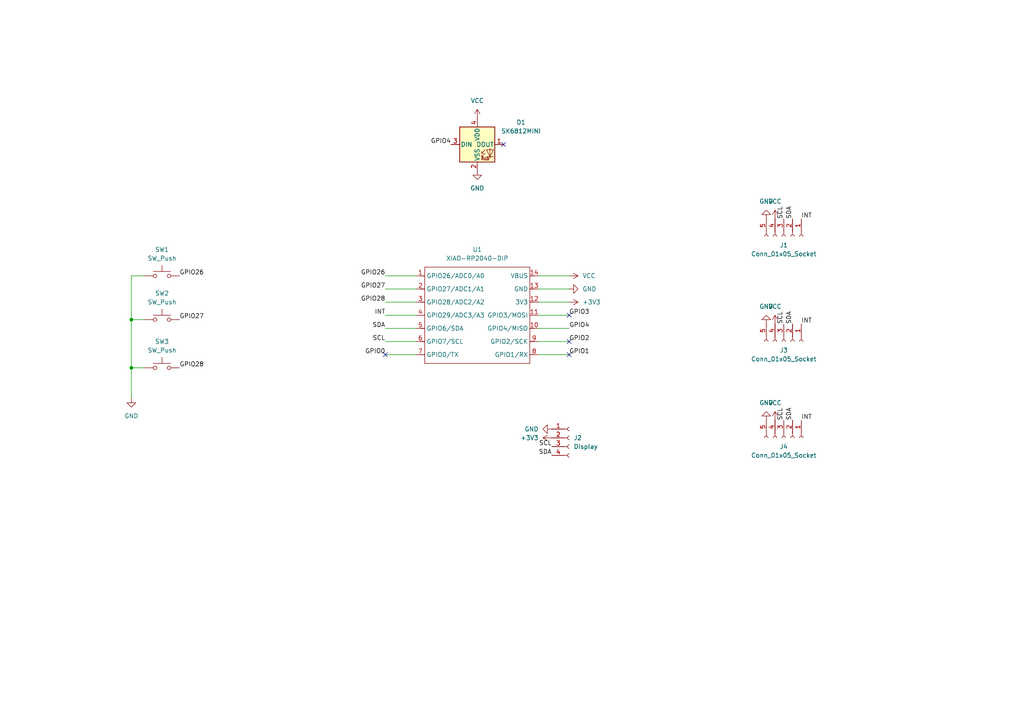
<source format=kicad_sch>
(kicad_sch (version 20250114) (generator "eeschema") (generator_version "9.0")
  (paper "A4")
  (lib_symbols
    (symbol "Connector:Conn_01x04_Socket" (pin_names (offset 1.016) (hide yes))
      (property "Reference" "J" (at 0 5.08 0))
      (property "Value" "Conn_01x04_Socket" (at 0 -7.62 0))
      (symbol "Conn_01x04_Socket_1_1"
        (polyline (pts (xy -1.27 2.54) (xy -0.508 2.54)) (stroke (width 0.1524)))
        (polyline (pts (xy -1.27 0) (xy -0.508 0)) (stroke (width 0.1524)))
        (polyline (pts (xy -1.27 -2.54) (xy -0.508 -2.54)) (stroke (width 0.1524)))
        (polyline (pts (xy -1.27 -5.08) (xy -0.508 -5.08)) (stroke (width 0.1524)))
        (arc (start 0 2.032) (mid -0.5058 2.54) (end 0 3.048) (stroke (width 0.1524)))
        (arc (start 0 -0.508) (mid -0.5058 0) (end 0 0.508) (stroke (width 0.1524)))
        (arc (start 0 -3.048) (mid -0.5058 -2.54) (end 0 -2.032) (stroke (width 0.1524)))
        (arc (start 0 -5.588) (mid -0.5058 -5.08) (end 0 -4.572) (stroke (width 0.1524)))
        (pin passive line (at -5.08 2.54 0) (length 3.81) (name "Pin_1") (number "1"))
        (pin passive line (at -5.08 0 0) (length 3.81) (name "Pin_2") (number "2"))
        (pin passive line (at -5.08 -2.54 0) (length 3.81) (name "Pin_3") (number "3"))
        (pin passive line (at -5.08 -5.08 0) (length 3.81) (name "Pin_4") (number "4"))
      )
    )
    (symbol "Connector:Conn_01x05_Socket" (pin_names (offset 1.016) (hide yes))
      (property "Reference" "J" (at 0 7.62 0))
      (property "Value" "Conn_01x05_Socket" (at 0 -7.62 0))
      (symbol "Conn_01x05_Socket_1_1"
        (polyline (pts (xy -1.27 5.08) (xy -0.508 5.08)) (stroke (width 0.1524)))
        (polyline (pts (xy -1.27 2.54) (xy -0.508 2.54)) (stroke (width 0.1524)))
        (polyline (pts (xy -1.27 0) (xy -0.508 0)) (stroke (width 0.1524)))
        (polyline (pts (xy -1.27 -2.54) (xy -0.508 -2.54)) (stroke (width 0.1524)))
        (polyline (pts (xy -1.27 -5.08) (xy -0.508 -5.08)) (stroke (width 0.1524)))
        (arc (start 0 4.572) (mid -0.5058 5.08) (end 0 5.588) (stroke (width 0.1524)))
        (arc (start 0 2.032) (mid -0.5058 2.54) (end 0 3.048) (stroke (width 0.1524)))
        (arc (start 0 -0.508) (mid -0.5058 0) (end 0 0.508) (stroke (width 0.1524)))
        (arc (start 0 -3.048) (mid -0.5058 -2.54) (end 0 -2.032) (stroke (width 0.1524)))
        (arc (start 0 -5.588) (mid -0.5058 -5.08) (end 0 -4.572) (stroke (width 0.1524)))
        (pin passive line (at -5.08 5.08 0) (length 3.81) (name "Pin_1") (number "1"))
        (pin passive line (at -5.08 2.54 0) (length 3.81) (name "Pin_2") (number "2"))
        (pin passive line (at -5.08 0 0) (length 3.81) (name "Pin_3") (number "3"))
        (pin passive line (at -5.08 -2.54 0) (length 3.81) (name "Pin_4") (number "4"))
        (pin passive line (at -5.08 -5.08 0) (length 3.81) (name "Pin_5") (number "5"))
      )
    )
    (symbol "LED:SK6812MINI" (pin_names (offset 0.254))
      (property "Reference" "D" (at 5.08 5.715 0))
      (property "Value" "SK6812MINI" (at 1.27 -5.715 0))
      (symbol "SK6812MINI_0_0"
        (text "RGB" (at 2.286 -4.191 0) (effects (font (size 0.762 0.762))))
      )
      (symbol "SK6812MINI_0_1"
        (polyline (pts (xy 1.27 -2.54) (xy 1.778 -2.54)))
        (polyline (pts (xy 1.27 -3.556) (xy 1.778 -3.556)))
        (polyline (pts (xy 2.286 -1.524) (xy 1.27 -2.54) (xy 1.27 -2.032)))
        (polyline (pts (xy 2.286 -2.54) (xy 1.27 -3.556) (xy 1.27 -3.048)))
        (polyline (pts (xy 3.683 -1.016) (xy 3.683 -3.556) (xy 3.683 -4.064)))
        (polyline (pts (xy 4.699 -1.524) (xy 2.667 -1.524) (xy 3.683 -3.556) (xy 4.699 -1.524)))
        (polyline (pts (xy 4.699 -3.556) (xy 2.667 -3.556)))
        (rectangle (start 5.08 5.08) (end -5.08 -5.08) (stroke (width 0.254)) (fill (type background)))
      )
      (symbol "SK6812MINI_1_1"
        (pin input line (at -7.62 0 0) (length 2.54) (name "DIN") (number "3"))
        (pin power_in line (at 0 7.62 270) (length 2.54) (name "VDD") (number "4"))
        (pin power_in line (at 0 -7.62 90) (length 2.54) (name "VSS") (number "2"))
        (pin output line (at 7.62 0 180) (length 2.54) (name "DOUT") (number "1"))
      )
    )
    (symbol "Seeed-Studio-Xiao:XIAO-RP2040-DIP"
      (property "Reference" "U" (at 0 0 0))
      (property "Value" "XIAO-RP2040-DIP" (at 5.334 -1.778 0))
      (symbol "XIAO-RP2040-DIP_1_0"
        (polyline (pts (xy -1.27 -2.54) (xy 29.21 -2.54)) (stroke (width 0.1524)))
        (polyline (pts (xy -1.27 -5.08) (xy -2.54 -5.08)) (stroke (width 0.1524)))
        (polyline (pts (xy -1.27 -5.08) (xy -1.27 -2.54)) (stroke (width 0.1524)))
        (polyline (pts (xy -1.27 -8.89) (xy -2.54 -8.89)) (stroke (width 0.1524)))
        (polyline (pts (xy -1.27 -8.89) (xy -1.27 -5.08)) (stroke (width 0.1524)))
        (polyline (pts (xy -1.27 -12.7) (xy -2.54 -12.7)) (stroke (width 0.1524)))
        (polyline (pts (xy -1.27 -12.7) (xy -1.27 -8.89)) (stroke (width 0.1524)))
        (polyline (pts (xy -1.27 -16.51) (xy -2.54 -16.51)) (stroke (width 0.1524)))
        (polyline (pts (xy -1.27 -16.51) (xy -1.27 -12.7)) (stroke (width 0.1524)))
        (polyline (pts (xy -1.27 -20.32) (xy -2.54 -20.32)) (stroke (width 0.1524)))
        (polyline (pts (xy -1.27 -24.13) (xy -2.54 -24.13)) (stroke (width 0.1524)))
        (polyline (pts (xy -1.27 -27.94) (xy -2.54 -27.94)) (stroke (width 0.1524)))
        (polyline (pts (xy -1.27 -30.48) (xy -1.27 -16.51)) (stroke (width 0.1524)))
        (polyline (pts (xy 29.21 -2.54) (xy 29.21 -5.08)) (stroke (width 0.1524)))
        (polyline (pts (xy 29.21 -5.08) (xy 29.21 -8.89)) (stroke (width 0.1524)))
        (polyline (pts (xy 29.21 -8.89) (xy 29.21 -12.7)) (stroke (width 0.1524)))
        (polyline (pts (xy 29.21 -12.7) (xy 29.21 -30.48)) (stroke (width 0.1524)))
        (polyline (pts (xy 29.21 -30.48) (xy -1.27 -30.48)) (stroke (width 0.1524)))
        (polyline (pts (xy 30.48 -5.08) (xy 29.21 -5.08)) (stroke (width 0.1524)))
        (polyline (pts (xy 30.48 -8.89) (xy 29.21 -8.89)) (stroke (width 0.1524)))
        (polyline (pts (xy 30.48 -12.7) (xy 29.21 -12.7)) (stroke (width 0.1524)))
        (polyline (pts (xy 30.48 -16.51) (xy 29.21 -16.51)) (stroke (width 0.1524)))
        (polyline (pts (xy 30.48 -20.32) (xy 29.21 -20.32)) (stroke (width 0.1524)))
        (polyline (pts (xy 30.48 -24.13) (xy 29.21 -24.13)) (stroke (width 0.1524)))
        (polyline (pts (xy 30.48 -27.94) (xy 29.21 -27.94)) (stroke (width 0.1524)))
        (pin passive line (at -3.81 -5.08 0) (length 2.54) (name "GPIO26/ADC0/A0") (number "1"))
        (pin passive line (at -3.81 -8.89 0) (length 2.54) (name "GPIO27/ADC1/A1") (number "2"))
        (pin passive line (at -3.81 -12.7 0) (length 2.54) (name "GPIO28/ADC2/A2") (number "3"))
        (pin passive line (at -3.81 -16.51 0) (length 2.54) (name "GPIO29/ADC3/A3") (number "4"))
        (pin passive line (at -3.81 -20.32 0) (length 2.54) (name "GPIO6/SDA") (number "5"))
        (pin passive line (at -3.81 -24.13 0) (length 2.54) (name "GPIO7/SCL") (number "6"))
        (pin passive line (at -3.81 -27.94 0) (length 2.54) (name "GPIO0/TX") (number "7"))
        (pin passive line (at 31.75 -5.08 180) (length 2.54) (name "VBUS") (number "14"))
        (pin passive line (at 31.75 -8.89 180) (length 2.54) (name "GND") (number "13"))
        (pin passive line (at 31.75 -12.7 180) (length 2.54) (name "3V3") (number "12"))
        (pin passive line (at 31.75 -16.51 180) (length 2.54) (name "GPIO3/MOSI") (number "11"))
        (pin passive line (at 31.75 -20.32 180) (length 2.54) (name "GPIO4/MISO") (number "10"))
        (pin passive line (at 31.75 -24.13 180) (length 2.54) (name "GPIO2/SCK") (number "9"))
        (pin passive line (at 31.75 -27.94 180) (length 2.54) (name "GPIO1/RX") (number "8"))
      )
    )
    (symbol "Switch:SW_Push" (pin_numbers (hide yes)) (pin_names (offset 1.016) (hide yes))
      (property "Reference" "SW" (at 1.27 2.54 0))
      (property "Value" "SW_Push" (at 0 -1.524 0))
      (symbol "SW_Push_0_1"
        (circle (center -2.032 0) (radius 0.508))
        (polyline (pts (xy 0 1.27) (xy 0 3.048)))
        (circle (center 2.032 0) (radius 0.508))
        (polyline (pts (xy 2.54 1.27) (xy -2.54 1.27)))
        (pin passive line (at -5.08 0 0) (length 2.54) (name "1") (number "1"))
        (pin passive line (at 5.08 0 180) (length 2.54) (name "2") (number "2"))
      )
    )
    (symbol "power:+3V3" (power) (pin_numbers (hide yes)) (pin_names (offset 0) (hide yes))
      (property "Value" "+3V3" (at 0 3.556 0))
      (symbol "+3V3_0_1"
        (polyline (pts (xy -0.762 1.27) (xy 0 2.54)))
        (polyline (pts (xy 0 2.54) (xy 0.762 1.27)))
        (polyline (pts (xy 0 0) (xy 0 2.54)))
      )
      (symbol "+3V3_1_1"
        (pin power_in line (at 0 0 90) (length 0) (name "~") (number "1"))
      )
    )
    (symbol "power:GND" (power) (pin_numbers (hide yes)) (pin_names (offset 0) (hide yes))
      (property "Value" "GND" (at 0 -3.81 0))
      (symbol "GND_0_1"
        (polyline (pts (xy 0 0) (xy 0 -1.27) (xy 1.27 -1.27) (xy 0 -2.54) (xy -1.27 -1.27) (xy 0 -1.27)))
      )
      (symbol "GND_1_1"
        (pin power_in line (at 0 0 270) (length 0) (name "~") (number "1"))
      )
    )
    (symbol "power:VCC" (power) (pin_numbers (hide yes)) (pin_names (offset 0) (hide yes))
      (property "Value" "VCC" (at 0 3.556 0))
      (symbol "VCC_0_1"
        (polyline (pts (xy -0.762 1.27) (xy 0 2.54)))
        (polyline (pts (xy 0 2.54) (xy 0.762 1.27)))
        (polyline (pts (xy 0 0) (xy 0 2.54)))
      )
      (symbol "VCC_1_1"
        (pin power_in line (at 0 0 90) (length 0) (name "~") (number "1"))
      )
    )
  )
  (junction (at 38.1 92.71))
  (junction (at 38.1 106.68))
  (no_connect (at 165.1 102.87))
  (no_connect (at 165.1 99.06))
  (no_connect (at 146.05 41.91))
  (no_connect (at 111.76 102.87))
  (no_connect (at 165.1 91.44))
  (wire (pts (xy 38.1 92.71) (xy 41.91 92.71)))
  (wire (pts (xy 156.21 87.63) (xy 165.1 87.63)))
  (wire (pts (xy 156.21 95.25) (xy 165.1 95.25)))
  (wire (pts (xy 111.76 102.87) (xy 120.65 102.87)))
  (wire (pts (xy 111.76 87.63) (xy 120.65 87.63)))
  (wire (pts (xy 111.76 83.82) (xy 120.65 83.82)))
  (wire (pts (xy 111.76 95.25) (xy 120.65 95.25)))
  (wire (pts (xy 156.21 83.82) (xy 165.1 83.82)))
  (wire (pts (xy 38.1 92.71) (xy 38.1 106.68)))
  (wire (pts (xy 156.21 102.87) (xy 165.1 102.87)))
  (wire (pts (xy 41.91 80.01) (xy 38.1 80.01)))
  (wire (pts (xy 156.21 99.06) (xy 165.1 99.06)))
  (wire (pts (xy 111.76 80.01) (xy 120.65 80.01)))
  (wire (pts (xy 38.1 106.68) (xy 41.91 106.68)))
  (wire (pts (xy 38.1 106.68) (xy 38.1 115.57)))
  (wire (pts (xy 156.21 91.44) (xy 165.1 91.44)))
  (wire (pts (xy 111.76 99.06) (xy 120.65 99.06)))
  (wire (pts (xy 111.76 91.44) (xy 120.65 91.44)))
  (wire (pts (xy 156.21 80.01) (xy 165.1 80.01)))
  (wire (pts (xy 38.1 80.01) (xy 38.1 92.71)))
  (label "GPIO26" (at 111.76 80.01 180))
  (label "INT" (at 232.41 121.92 0))
  (label "SCL" (at 111.76 99.06 180))
  (label "INT" (at 111.76 91.44 180))
  (label "SDA" (at 229.87 121.92 90))
  (label "SDA" (at 111.76 95.25 180))
  (label "GPIO27" (at 52.07 92.71 0))
  (label "GPIO4" (at 130.81 41.91 180))
  (label "GPIO27" (at 111.76 83.82 180))
  (label "SCL" (at 227.33 63.5 90))
  (label "GPIO1" (at 165.1 102.87 0))
  (label "GPIO28" (at 52.07 106.68 0))
  (label "INT" (at 232.41 93.98 0))
  (label "SDA" (at 229.87 63.5 90))
  (label "SCL" (at 227.33 121.92 90))
  (label "SDA" (at 160.02 132.08 180))
  (label "GPIO26" (at 52.07 80.01 0))
  (label "GPIO0" (at 111.76 102.87 180))
  (label "GPIO3" (at 165.1 91.44 0))
  (label "GPIO4" (at 165.1 95.25 0))
  (label "INT" (at 232.41 63.5 0))
  (label "SDA" (at 229.87 93.98 90))
  (label "SCL" (at 227.33 93.98 90))
  (label "GPIO28" (at 111.76 87.63 180))
  (label "SCL" (at 160.02 129.54 180))
  (label "GPIO2" (at 165.1 99.06 0))
  (symbol (lib_id "power:VCC") (at 224.79 121.92 0) (unit 1)
    (property "Reference" "#PWR014" (effects (hide yes)))
    (property "Value" "VCC" (at 224.79 116.84 0))
    (property "Description" "Power symbol creates a global label with name \"VCC\"" (effects (hide yes)))
  )
  (symbol (lib_id "power:VCC") (at 224.79 63.5 0) (unit 1)
    (property "Reference" "#PWR03" (effects (hide yes)))
    (property "Value" "VCC" (at 224.79 58.42 0))
    (property "Description" "Power symbol creates a global label with name \"VCC\"" (effects (hide yes)))
  )
  (symbol (lib_id "power:+3V3") (at 160.02 127 90) (unit 1)
    (property "Reference" "#PWR07" (effects (hide yes)))
    (property "Value" "+3V3" (at 156.21 126.9999 90) (effects (justify left)))
    (property "Description" "Power symbol creates a global label with name \"+3V3\"" (effects (hide yes)))
  )
  (symbol (lib_id "power:VCC") (at 224.79 93.98 0) (unit 1)
    (property "Reference" "#PWR012" (effects (hide yes)))
    (property "Value" "VCC" (at 224.79 88.9 0))
    (property "Description" "Power symbol creates a global label with name \"VCC\"" (effects (hide yes)))
  )
  (symbol (lib_id "power:GND") (at 222.25 121.92 180) (unit 1)
    (property "Reference" "#PWR013" (effects (hide yes)))
    (property "Value" "GND" (at 222.25 116.84 0))
    (property "Description" "Power symbol creates a global label with name \"GND\" , ground" (effects (hide yes)))
  )
  (symbol (lib_id "power:GND") (at 160.02 124.46 270) (unit 1)
    (property "Reference" "#PWR06" (effects (hide yes)))
    (property "Value" "GND" (at 156.21 124.4599 90) (effects (justify right)))
    (property "Description" "Power symbol creates a global label with name \"GND\" , ground" (effects (hide yes)))
  )
  (symbol (lib_id "Switch:SW_Push") (at 46.99 106.68 0) (unit 1)
    (property "Reference" "SW3" (at 46.99 99.06 0))
    (property "Value" "SW_Push" (at 46.99 101.6 0))
    (property "Footprint" "Button_Switch_Keyboard:SW_Cherry_MX_1.00u_PCB" (effects (hide yes)))
    (property "Description" "Push button switch, generic, two pins" (effects (hide yes)))
  )
  (symbol (lib_id "power:GND") (at 165.1 83.82 90) (unit 1)
    (property "Reference" "#PWR02" (effects (hide yes)))
    (property "Value" "GND" (at 168.91 83.8199 90) (effects (justify right)))
    (property "Description" "Power symbol creates a global label with name \"GND\" , ground" (effects (hide yes)))
  )
  (symbol (lib_id "power:GND") (at 38.1 115.57 0) (unit 1)
    (property "Reference" "#PWR08" (effects (hide yes)))
    (property "Value" "GND" (at 38.1 120.65 0))
    (property "Description" "Power symbol creates a global label with name \"GND\" , ground" (effects (hide yes)))
  )
  (symbol (lib_id "power:GND") (at 138.43 49.53 0) (unit 1)
    (property "Reference" "#PWR010" (effects (hide yes)))
    (property "Value" "GND" (at 138.43 54.61 0))
    (property "Description" "Power symbol creates a global label with name \"GND\" , ground" (effects (hide yes)))
  )
  (symbol (lib_id "power:+3V3") (at 165.1 87.63 270) (unit 1)
    (property "Reference" "#PWR05" (effects (hide yes)))
    (property "Value" "+3V3" (at 168.91 87.6299 90) (effects (justify left)))
    (property "Description" "Power symbol creates a global label with name \"+3V3\"" (effects (hide yes)))
  )
  (symbol (lib_id "power:GND") (at 222.25 93.98 180) (unit 1)
    (property "Reference" "#PWR011" (effects (hide yes)))
    (property "Value" "GND" (at 222.25 88.9 0))
    (property "Description" "Power symbol creates a global label with name \"GND\" , ground" (effects (hide yes)))
  )
  (symbol (lib_id "LED:SK6812MINI") (at 138.43 41.91 0) (unit 1)
    (property "Reference" "D1" (at 151.13 35.4898 0))
    (property "Value" "SK6812MINI" (at 151.13 38.0298 0))
    (property "Footprint" "LED_SMD:LED_SK6812MINI_PLCC4_3.5x3.5mm_P1.75mm" (effects (hide yes)))
    (property "Datasheet" "https://cdn-shop.adafruit.com/product-files/2686/SK6812MINI_REV.01-1-2.pdf" (effects (hide yes)))
    (property "Description" "RGB LED with integrated controller" (effects (hide yes)))
  )
  (symbol (lib_id "Connector:Conn_01x05_Socket") (at 227.33 68.58 270) (unit 1)
    (property "Reference" "J1" (at 227.33 71.12 90))
    (property "Value" "Conn_01x05_Socket" (at 227.33 73.66 90))
    (property "Footprint" "Connector_Pogo:male_only_connector" (effects (hide yes)))
    (property "Description" "Generic connector, single row, 01x05, script generated" (effects (hide yes)))
  )
  (symbol (lib_id "Switch:SW_Push") (at 46.99 80.01 0) (unit 1)
    (property "Reference" "SW1" (at 46.99 72.39 0))
    (property "Value" "SW_Push" (at 46.99 74.93 0))
    (property "Footprint" "Button_Switch_Keyboard:SW_Cherry_MX_1.00u_PCB" (effects (hide yes)))
    (property "Description" "Push button switch, generic, two pins" (effects (hide yes)))
  )
  (symbol (lib_id "Connector:Conn_01x05_Socket") (at 227.33 99.06 270) (unit 1)
    (property "Reference" "J3" (at 227.33 101.6 90))
    (property "Value" "Conn_01x05_Socket" (at 227.33 104.14 90))
    (property "Footprint" "Connector_Pogo:male_only_connector" (effects (hide yes)))
    (property "Description" "Generic connector, single row, 01x05, script generated" (effects (hide yes)))
  )
  (symbol (lib_id "Connector:Conn_01x04_Socket") (at 165.1 127 0) (unit 1)
    (property "Reference" "J2" (at 166.37 126.9999 0) (effects (justify left)))
    (property "Value" "Display" (at 166.37 129.5399 0) (effects (justify left)))
    (property "Footprint" "SSD1306:SSD1306-0.91-OLED-4pin-128x32" (effects (hide yes)))
    (property "Description" "Generic connector, single row, 01x04, script generated" (effects (hide yes)))
  )
  (symbol (lib_id "power:VCC") (at 165.1 80.01 270) (unit 1)
    (property "Reference" "#PWR01" (effects (hide yes)))
    (property "Value" "VCC" (at 168.91 80.0099 90) (effects (justify left)))
    (property "Description" "Power symbol creates a global label with name \"VCC\"" (effects (hide yes)))
  )
  (symbol (lib_id "power:GND") (at 222.25 63.5 180) (unit 1)
    (property "Reference" "#PWR04" (effects (hide yes)))
    (property "Value" "GND" (at 222.25 58.42 0))
    (property "Description" "Power symbol creates a global label with name \"GND\" , ground" (effects (hide yes)))
  )
  (symbol (lib_id "power:VCC") (at 138.43 34.29 0) (unit 1)
    (property "Reference" "#PWR09" (effects (hide yes)))
    (property "Value" "VCC" (at 138.43 29.21 0))
    (property "Description" "Power symbol creates a global label with name \"VCC\"" (effects (hide yes)))
  )
  (symbol (lib_id "Connector:Conn_01x05_Socket") (at 227.33 127 270) (unit 1)
    (property "Reference" "J4" (at 227.33 129.54 90))
    (property "Value" "Conn_01x05_Socket" (at 227.33 132.08 90))
    (property "Footprint" "Connector_Pogo:male_only_connector" (effects (hide yes)))
    (property "Description" "Generic connector, single row, 01x05, script generated" (effects (hide yes)))
  )
  (symbol (lib_id "Seeed-Studio-Xiao:XIAO-RP2040-DIP") (at 124.46 74.93 0) (unit 1)
    (property "Reference" "U1" (at 138.43 72.39 0))
    (property "Value" "XIAO-RP2040-DIP" (at 138.43 74.93 0))
    (property "Footprint" "Module:MOUDLE14P-XIAO-DIP-SMD" (effects (hide yes)))
  )
  (symbol (lib_id "Switch:SW_Push") (at 46.99 92.71 0) (unit 1)
    (property "Reference" "SW2" (at 46.99 85.09 0))
    (property "Value" "SW_Push" (at 46.99 87.63 0))
    (property "Footprint" "Button_Switch_Keyboard:SW_Cherry_MX_1.00u_PCB" (effects (hide yes)))
    (property "Description" "Push button switch, generic, two pins" (effects (hide yes)))
  )
)
</source>
